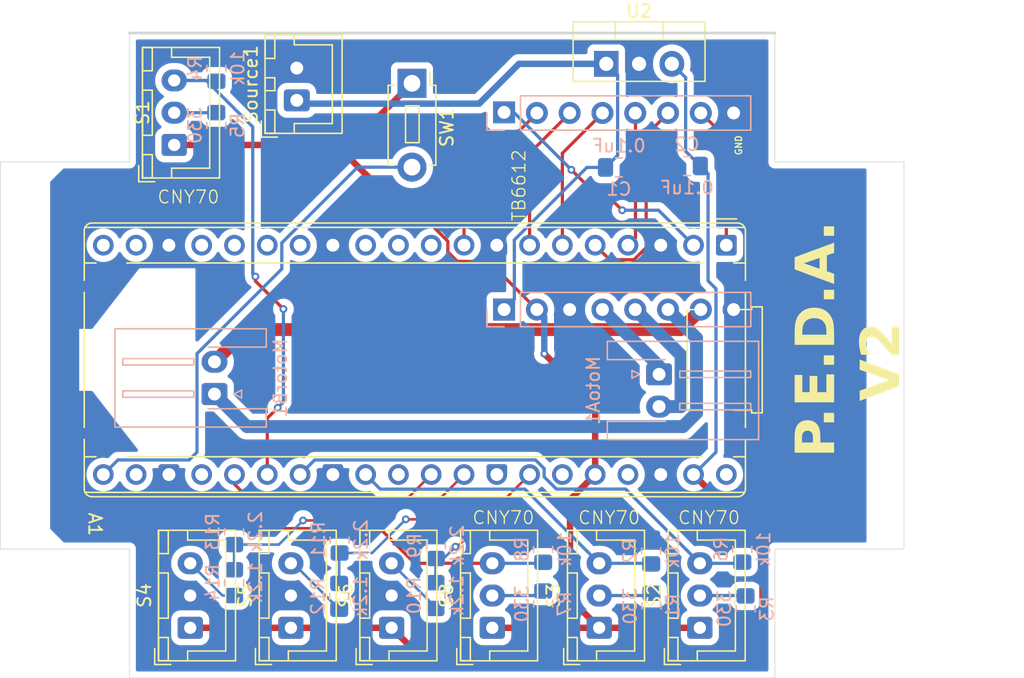
<source format=kicad_pcb>
(kicad_pcb (version 20241229) (generator "pcbnew") (generator_version "9.0")
  (layers (0 "F.Cu" signal) (2 "B.Cu" signal) (13 "F.Paste" user) (15 "B.Paste" user) (5 "F.SilkS" user "F.Silkscreen") (7 "B.SilkS" user "B.Silkscreen") (1 "F.Mask" user) (3 "B.Mask" user) (25 "Edge.Cuts" user))
  (net 0 "")
  (net 2 "/S8")
  (net 3 "/S6")
  (net 4 "GND")
  (net 7 "/PWMA")
  (net 8 "Net-(A1-GPIO16)")
  (net 11 "/MA2")
  (net 12 "/S5")
  (net 16 "/PWMB")
  (net 19 "/S3")
  (net 22 "/S4")
  (net 24 "+3.3V")
  (net 25 "/S1")
  (net 26 "/MB1")
  (net 28 "+5V")
  (net 29 "/MB2")
  (net 30 "/MA1")
  (net 31 "/Stby")
  (net 33 "/S2")
  (net 35 "+10V")
  (net 36 "Net-(J3-Pin_6)")
  (net 37 "Net-(J3-Pin_5)")
  (net 38 "Net-(J3-Pin_4)")
  (net 39 "Net-(J3-Pin_7)")
  (net 40 "Net-(S1-Pin_2)")
  (net 41 "Net-(S2-Pin_2)")
  (net 42 "Net-(S3-Pin_2)")
  (net 43 "Net-(S8-Pin_2)")
  (net 44 "Net-(S6-Pin_3)")
  (net 45 "Net-(S5-Pin_3)")
  (net 46 "Net-(S4-Pin_3)")
  (footprint "Connector_JST:JST_XH_B2B-XH-A_1x02_P2.50mm_Vertical" (layer "F.Cu") (at 113.145 45.76 90)
    (property "Reference" "Source1" (at 1.25 -3.55 90) (layer "F.SilkS"))
    (property "Value" "Conn_01x02_Socket" (hide yes))
    (pad "1" thru_hole roundrect (at 0 0 90) (size 1.7 2) (drill 1) (layers "*.Cu" "*.Mask") (roundrect_rratio 0.147059) (net 35 "+10V"))
    (pad "2" thru_hole oval (at 2.5 0 90) (size 1.7 2) (drill 1) (layers "*.Cu" "*.Mask") (net 4 "GND"))
  )
  (footprint "Connector_JST:JST_XH_B3B-XH-A_1x03_P2.50mm_Vertical" (layer "F.Cu") (at 104.89 86.65 90)
    (property "Reference" "S4" (at 2.5 -3.55 90) (layer "F.SilkS"))
    (property "Value" "Conn_01x03_Socket" (hide yes))
    (pad "1" thru_hole roundrect (at 0 0 90) (size 1.7 1.95) (drill 0.95) (layers "*.Cu" "*.Mask") (roundrect_rratio 0.147059) (net 28 "+5V"))
    (pad "2" thru_hole oval (at 2.5 0 90) (size 1.7 1.95) (drill 0.95) (layers "*.Cu" "*.Mask") (net 4 "GND"))
    (pad "3" thru_hole oval (at 5 0 90) (size 1.7 1.95) (drill 0.95) (layers "*.Cu" "*.Mask") (net 46 "Net-(S4-Pin_3)"))
  )
  (footprint "Connector_JST:JST_XH_B3B-XH-A_1x03_P2.50mm_Vertical" (layer "F.Cu") (at 120.49 86.65 90)
    (property "Reference" "S6" (at 2.5 -3.55 90) (layer "F.SilkS"))
    (property "Value" "Conn_01x03_Socket" (hide yes))
    (pad "1" thru_hole roundrect (at 0 0 90) (size 1.7 1.95) (drill 0.95) (layers "*.Cu" "*.Mask") (roundrect_rratio 0.147059) (net 28 "+5V"))
    (pad "2" thru_hole oval (at 2.5 0 90) (size 1.7 1.95) (drill 0.95) (layers "*.Cu" "*.Mask") (net 4 "GND"))
    (pad "3" thru_hole oval (at 5 0 90) (size 1.7 1.95) (drill 0.95) (layers "*.Cu" "*.Mask") (net 44 "Net-(S6-Pin_3)"))
  )
  (footprint "Button_Switch_THT:SW_PUSH_1P1T_6x3.5mm_H5.0_APEM_MJTP1250" (layer "F.Cu") (at 122.07 44.44 -90)
    (property "Reference" "SW1" (at 3.42 -2.7 90) (layer "F.SilkS"))
    (property "Value" "SW_Push" (hide yes))
    (pad "1" thru_hole rect (at 0 0) (size 2.25 2.25) (drill 1.3) (layers "*.Cu" "*.Mask") (net 24 "+3.3V"))
    (pad "2" thru_hole circle (at 6.5 0) (size 2.25 2.25) (drill 1.3) (layers "*.Cu" "*.Mask") (net 8 "Net-(A1-GPIO16)"))
  )
  (footprint "Module:RaspberryPi_Pico_Common_THT" (layer "F.Cu") (at 146.42 56.99 -90)
    (property "Reference" "A1" (at 20.6375 48.895 270) (layer "F.SilkS") (effects (justify left)))
    (property "Value" "RaspberryPi_Pico")
    (pad "1" thru_hole roundrect (at 0 0 270) (size 1.6 1.6) (drill 1) (layers "*.Cu" "*.Mask") (roundrect_rratio 0.125) (net 16 "/PWMB"))
    (pad "2" thru_hole circle (at 0 2.54 270) (size 1.6 1.6) (drill 1) (layers "*.Cu" "*.Mask") (net 7 "/PWMA"))
    (pad "3" thru_hole custom (at 0 5.08 270) (size 1.6 1.6) (drill 1) (layers "*.Cu" "*.Mask") (net 4 "GND") (options (clearance outline) (anchor circle)) (primitives (gr_poly (pts (xy 0.8 0.6) (xy 0.8 -0.6) (xy 0.6 -0.8) (xy 0 -0.8) (xy 0 0.8) (xy 0.6 0.8)) (width 0) (fill yes)) (gr_circle (center 0.6 0.6) (end 0.8 0.6) (width 0) (fill yes)) (gr_circle (center 0.6 -0.6) (end 0.8 -0.6) (width 0) (fill yes))))
    (pad "4" thru_hole circle (at 0 7.62 270) (size 1.6 1.6) (drill 1) (layers "*.Cu" "*.Mask") (net 26 "/MB1"))
    (pad "5" thru_hole circle (at 0 10.16 270) (size 1.6 1.6) (drill 1) (layers "*.Cu" "*.Mask") (net 29 "/MB2"))
    (pad "6" thru_hole circle (at 0 12.7 270) (size 1.6 1.6) (drill 1) (layers "*.Cu" "*.Mask") (net 31 "/Stby"))
    (pad "7" thru_hole circle (at 0 15.24 270) (size 1.6 1.6) (drill 1) (layers "*.Cu" "*.Mask") (net 11 "/MA2"))
    (pad "8" thru_hole custom (at 0 17.78 270) (size 1.6 1.6) (drill 1) (layers "*.Cu" "*.Mask") (net 4 "GND") (options (clearance outline) (anchor circle)) (primitives (gr_poly (pts (xy 0.8 0.6) (xy 0.8 -0.6) (xy 0.6 -0.8) (xy 0 -0.8) (xy 0 0.8) (xy 0.6 0.8)) (width 0) (fill yes)) (gr_circle (center 0.6 0.6) (end 0.8 0.6) (width 0) (fill yes)) (gr_circle (center 0.6 -0.6) (end 0.8 -0.6) (width 0) (fill yes))))
    (pad "9" thru_hole circle (at 0 20.32 270) (size 1.6 1.6) (drill 1) (layers "*.Cu" "*.Mask") (net 30 "/MA1"))
    (pad "10" thru_hole circle (at 0 22.86 270) (size 1.6 1.6) (drill 1) (layers "*.Cu" "*.Mask"))
    (pad "11" thru_hole circle (at 0 25.4 270) (size 1.6 1.6) (drill 1) (layers "*.Cu" "*.Mask"))
    (pad "12" thru_hole circle (at 0 27.94 270) (size 1.6 1.6) (drill 1) (layers "*.Cu" "*.Mask"))
    (pad "13" thru_hole custom (at 0 30.48 270) (size 1.6 1.6) (drill 1) (layers "*.Cu" "*.Mask") (net 4 "GND") (options (clearance outline) (anchor circle)) (primitives (gr_poly (pts (xy 0.8 0.6) (xy 0.8 -0.6) (xy 0.6 -0.8) (xy 0 -0.8) (xy 0 0.8) (xy 0.6 0.8)) (width 0) (fill yes)) (gr_circle (center 0.6 0.6) (end 0.8 0.6) (width 0) (fill yes)) (gr_circle (center 0.6 -0.6) (end 0.8 -0.6) (width 0) (fill yes))))
    (pad "14" thru_hole circle (at 0 33.02 270) (size 1.6 1.6) (drill 1) (layers "*.Cu" "*.Mask"))
    (pad "15" thru_hole circle (at 0 35.56 270) (size 1.6 1.6) (drill 1) (layers "*.Cu" "*.Mask"))
    (pad "16" thru_hole circle (at 0 38.1 270) (size 1.6 1.6) (drill 1) (layers "*.Cu" "*.Mask"))
    (pad "17" thru_hole circle (at 0 40.64 270) (size 1.6 1.6) (drill 1) (layers "*.Cu" "*.Mask"))
    (pad "18" thru_hole custom (at 0 43.18 270) (size 1.6 1.6) (drill 1) (layers "*.Cu" "*.Mask") (net 4 "GND") (options (clearance outline) (anchor circle)) (primitives (gr_poly (pts (xy 0.8 0.6) (xy 0.8 -0.6) (xy 0.6 -0.8) (xy 0 -0.8) (xy 0 0.8) (xy 0.6 0.8)) (width 0) (fill yes)) (gr_circle (center 0.6 0.6) (end 0.8 0.6) (width 0) (fill yes)) (gr_circle (center 0.6 -0.6) (end 0.8 -0.6) (width 0) (fill yes))))
    (pad "19" thru_hole circle (at 0 45.72 270) (size 1.6 1.6) (drill 1) (layers "*.Cu" "*.Mask"))
    (pad "20" thru_hole circle (at 0 48.26 270) (size 1.6 1.6) (drill 1) (layers "*.Cu" "*.Mask"))
    (pad "21" thru_hole circle (at 17.78 48.26 270) (size 1.6 1.6) (drill 1) (layers "*.Cu" "*.Mask") (net 8 "Net-(A1-GPIO16)"))
    (pad "22" thru_hole circle (at 17.78 45.72 270) (size 1.6 1.6) (drill 1) (layers "*.Cu" "*.Mask"))
    (pad "23" thru_hole custom (at 17.78 43.18 270) (size 1.6 1.6) (drill 1) (layers "*.Cu" "*.Mask") (net 4 "GND") (options (clearance outline) (anchor circle)) (primitives (gr_poly (pts (xy -0.8 0.6) (xy -0.8 -0.6) (xy -0.6 -0.8) (xy 0 -0.8) (xy 0 0.8) (xy -0.6 0.8)) (width 0) (fill yes)) (gr_circle (center -0.6 0.6) (end -0.4 0.6) (width 0) (fill yes)) (gr_circle (center -0.6 -0.6) (end -0.4 -0.6) (width 0) (fill yes))))
    (pad "24" thru_hole circle (at 17.78 40.64 270) (size 1.6 1.6) (drill 1) (layers "*.Cu" "*.Mask"))
    (pad "25" thru_hole circle (at 17.78 38.1 270) (size 1.6 1.6) (drill 1) (layers "*.Cu" "*.Mask") (net 2 "/S8"))
    (pad "26" thru_hole circle (at 17.78 35.56 270) (size 1.6 1.6) (drill 1) (layers "*.Cu" "*.Mask") (net 25 "/S1"))
    (pad "27" thru_hole circle (at 17.78 33.02 270) (size 1.6 1.6) (drill 1) (layers "*.Cu" "*.Mask") (net 33 "/S2"))
    (pad "28" thru_hole custom (at 17.78 30.48 270) (size 1.6 1.6) (drill 1) (layers "*.Cu" "*.Mask") (net 4 "GND") (options (clearance outline) (anchor circle)) (primitives (gr_poly (pts (xy -0.8 0.6) (xy -0.8 -0.6) (xy -0.6 -0.8) (xy 0 -0.8) (xy 0 0.8) (xy -0.6 0.8)) (width 0) (fill yes)) (gr_circle (center -0.6 0.6) (end -0.4 0.6) (width 0) (fill yes)) (gr_circle (center -0.6 -0.6) (end -0.4 -0.6) (width 0) (fill yes))))
    (pad "29" thru_hole circle (at 17.78 27.94 270) (size 1.6 1.6) (drill 1) (layers "*.Cu" "*.Mask") (net 19 "/S3"))
    (pad "30" thru_hole circle (at 17.78 25.4 270) (size 1.6 1.6) (drill 1) (layers "*.Cu" "*.Mask"))
    (pad "31" thru_hole circle (at 17.78 22.86 270) (size 1.6 1.6) (drill 1) (layers "*.Cu" "*.Mask") (net 22 "/S4"))
    (pad "32" thru_hole circle (at 17.78 20.32 270) (size 1.6 1.6) (drill 1) (layers "*.Cu" "*.Mask") (net 12 "/S5"))
    (pad "33" thru_hole custom (at 17.78 17.78 270) (size 1.6 1.6) (drill 1) (layers "*.Cu" "*.Mask") (options (clearance outline) (anchor circle)) (primitives (gr_poly (pts (xy -0.8 0.6) (xy -0.8 -0.6) (xy -0.6 -0.8) (xy 0 -0.8) (xy 0 0.8) (xy -0.6 0.8)) (width 0) (fill yes)) (gr_circle (center -0.6 0.6) (end -0.4 0.6) (width 0) (fill yes)) (gr_circle (center -0.6 -0.6) (end -0.4 -0.6) (width 0) (fill yes))))
    (pad "34" thru_hole circle (at 17.78 15.24 270) (size 1.6 1.6) (drill 1) (layers "*.Cu" "*.Mask") (net 3 "/S6"))
    (pad "35" thru_hole circle (at 17.78 12.7 270) (size 1.6 1.6) (drill 1) (layers "*.Cu" "*.Mask"))
    (pad "36" thru_hole circle (at 17.78 10.16 270) (size 1.6 1.6) (drill 1) (layers "*.Cu" "*.Mask") (net 24 "+3.3V"))
    (pad "37" thru_hole circle (at 17.78 7.62 270) (size 1.6 1.6) (drill 1) (layers "*.Cu" "*.Mask"))
    (pad "38" thru_hole custom (at 17.78 5.08 270) (size 1.6 1.6) (drill 1) (layers "*.Cu" "*.Mask") (net 4 "GND") (options (clearance outline) (anchor circle)) (primitives (gr_poly (pts (xy -0.8 0.6) (xy -0.8 -0.6) (xy -0.6 -0.8) (xy 0 -0.8) (xy 0 0.8) (xy -0.6 0.8)) (width 0) (fill yes)) (gr_circle (center -0.6 0.6) (end -0.4 0.6) (width 0) (fill yes)) (gr_circle (center -0.6 -0.6) (end -0.4 -0.6) (width 0) (fill yes))))
    (pad "39" thru_hole circle (at 17.78 2.54 270) (size 1.6 1.6) (drill 1) (layers "*.Cu" "*.Mask") (net 28 "+5V"))
    (pad "40" thru_hole circle (at 17.78 0 270) (size 1.6 1.6) (drill 1) (layers "*.Cu" "*.Mask"))
    (zone (net 0) (net_name "") (layers "F.Cu" "B.Cu" "F.Paste" "B.Paste") (name "Antenna Copper Keep Out") (connect_pads (clearance 0)) (min_thickness 0.254)
      (keepout (tracks not_allowed) (vias not_allowed) (pads not_allowed) (copperpour not_allowed) (footprints allowed))
      (fill (thermal_gap 0.508) (thermal_bridge_width 0.508))
      (polygon (pts (xy 97.300105 63.48) (xy 100.950105 58.78) (xy 105.29 58.78) (xy 105.29 72.98) (xy 100.950105 72.98) (xy 97.300105 68.28) (xy 96.29 68.28) (xy 96.29 63.48)))
    )
  )
  (footprint "Connector_JST:JST_XH_B3B-XH-A_1x03_P2.50mm_Vertical" (layer "F.Cu") (at 112.69 86.65 90)
    (property "Reference" "S5" (at 2.5 -3.55 90) (layer "F.SilkS"))
    (property "Value" "Conn_01x03_Socket" (hide yes))
    (pad "1" thru_hole roundrect (at 0 0 90) (size 1.7 1.95) (drill 0.95) (layers "*.Cu" "*.Mask") (roundrect_rratio 0.147059) (net 28 "+5V"))
    (pad "2" thru_hole oval (at 2.5 0 90) (size 1.7 1.95) (drill 0.95) (layers "*.Cu" "*.Mask") (net 4 "GND"))
    (pad "3" thru_hole oval (at 5 0 90) (size 1.7 1.95) (drill 0.95) (layers "*.Cu" "*.Mask") (net 45 "Net-(S5-Pin_3)"))
  )
  (footprint "Connector_JST:JST_XH_B3B-XH-A_1x03_P2.50mm_Vertical" (layer "F.Cu") (at 128.29 86.65 90)
    (property "Reference" "S8" (at 2.5 -3.55 90) (layer "F.SilkS"))
    (property "Value" "Conn_01x03_Socket" (hide yes))
    (pad "1" thru_hole roundrect (at 0 0 90) (size 1.7 1.95) (drill 0.95) (layers "*.Cu" "*.Mask") (roundrect_rratio 0.147059) (net 24 "+3.3V"))
    (pad "2" thru_hole oval (at 2.5 0 90) (size 1.7 1.95) (drill 0.95) (layers "*.Cu" "*.Mask") (net 43 "Net-(S8-Pin_2)"))
    (pad "3" thru_hole oval (at 5 0 90) (size 1.7 1.95) (drill 0.95) (layers "*.Cu" "*.Mask") (net 2 "/S8"))
  )
  (footprint "Connector_JST:JST_XH_B3B-XH-A_1x03_P2.50mm_Vertical" (layer "F.Cu") (at 136.57 86.65 90)
    (property "Reference" "S3" (at 2.5 -3.55 90) (layer "F.SilkS"))
    (property "Value" "Conn_01x03_Socket" (hide yes))
    (pad "1" thru_hole roundrect (at 0 0 90) (size 1.7 1.95) (drill 0.95) (layers "*.Cu" "*.Mask") (roundrect_rratio 0.147059) (net 24 "+3.3V"))
    (pad "2" thru_hole oval (at 2.5 0 90) (size 1.7 1.95) (drill 0.95) (layers "*.Cu" "*.Mask") (net 42 "Net-(S3-Pin_2)"))
    (pad "3" thru_hole oval (at 5 0 90) (size 1.7 1.95) (drill 0.95) (layers "*.Cu" "*.Mask") (net 19 "/S3"))
  )
  (footprint "Package_TO_SOT_THT:TO-220-3_Vertical" (layer "F.Cu") (at 137.12 42.93)
    (property "Reference" "U2" (at 2.54 -4.1 0) (layer "F.SilkS"))
    (property "Value" "LM7805_TO220")
    (pad "1" thru_hole rect (at 0 0) (size 1.905 2) (drill 1.1) (layers "*.Cu" "*.Mask") (net 35 "+10V"))
    (pad "2" thru_hole oval (at 2.54 0) (size 1.905 2) (drill 1.1) (layers "*.Cu" "*.Mask") (net 4 "GND"))
    (pad "3" thru_hole oval (at 5.08 0) (size 1.905 2) (drill 1.1) (layers "*.Cu" "*.Mask") (net 28 "+5V"))
  )
  (footprint "Connector_JST:JST_XH_B3B-XH-A_1x03_P2.50mm_Vertical" (layer "F.Cu") (at 144.37 86.65 90)
    (property "Reference" "S2" (at 2.5 -3.55 90) (layer "F.SilkS"))
    (property "Value" "Conn_01x03_Socket" (hide yes))
    (pad "1" thru_hole roundrect (at 0 0 90) (size 1.7 1.95) (drill 0.95) (layers "*.Cu" "*.Mask") (roundrect_rratio 0.147059) (net 24 "+3.3V"))
    (pad "2" thru_hole oval (at 2.5 0 90) (size 1.7 1.95) (drill 0.95) (layers "*.Cu" "*.Mask") (net 41 "Net-(S2-Pin_2)"))
    (pad "3" thru_hole oval (at 5 0 90) (size 1.7 1.95) (drill 0.95) (layers "*.Cu" "*.Mask") (net 33 "/S2"))
  )
  (footprint "Connector_JST:JST_XH_B3B-XH-A_1x03_P2.50mm_Vertical" (layer "F.Cu") (at 103.65 49.22 90)
    (property "Reference" "S1" (at 2.5 -2.46 90) (layer "F.SilkS"))
    (property "Value" "Conn_01x03_Socket" (hide yes))
    (pad "1" thru_hole roundrect (at 0 0 90) (size 1.7 1.95) (drill 0.95) (layers "*.Cu" "*.Mask") (roundrect_rratio 0.147059) (net 24 "+3.3V"))
    (pad "2" thru_hole oval (at 2.5 0 90) (size 1.7 1.95) (drill 0.95) (layers "*.Cu" "*.Mask") (net 40 "Net-(S1-Pin_2)"))
    (pad "3" thru_hole oval (at 5 0 90) (size 1.7 1.95) (drill 0.95) (layers "*.Cu" "*.Mask") (net 25 "/S1"))
  )
  (footprint "Connector_JST:JST_XH_S2B-XH-A-1_1x02_P2.50mm_Horizontal" (layer "B.Cu") (at 141.21 67 -90)
    (property "Reference" "MotoA1" (at 1.25 5.1 90) (layer "B.SilkS") (effects (justify mirror)))
    (property "Value" "Conn_01x02_Socket" (hide yes))
    (pad "1" thru_hole roundrect (at 0 0 270) (size 1.7 2) (drill 1) (layers "*.Cu" "*.Mask") (roundrect_rratio 0.147059) (net 38 "Net-(J3-Pin_4)"))
    (pad "2" thru_hole oval (at 2.5 0 270) (size 1.7 2) (drill 1) (layers "*.Cu" "*.Mask") (net 37 "Net-(J3-Pin_5)"))
  )
  (footprint "Resistor_SMD:R_0805_2012Metric_Pad1.20x1.40mm_HandSolder" (layer "B.Cu") (at 140.6 80.7 -90)
    (property "Reference" "R2" (at 0 1.65 90) (layer "B.SilkS") (effects (justify mirror)))
    (property "Value" "10k" (at 0 -1.65 90) (layer "B.SilkS") (effects (justify mirror)))
    (pad "1" smd roundrect (at -1 0 270) (size 1.2 1.4) (layers "B.Cu" "B.Mask" "B.Paste") (roundrect_rratio 0.208333) (net 4 "GND"))
    (pad "2" smd roundrect (at 1 0 270) (size 1.2 1.4) (layers "B.Cu" "B.Mask" "B.Paste") (roundrect_rratio 0.208333) (net 19 "/S3"))
  )
  (footprint "Connector_PinSocket_2.54mm:PinSocket_1x08_P2.54mm_Vertical" (layer "B.Cu") (at 129.204 46.74 -90)
    (property "Reference" "J4" (hide yes))
    (property "Value" "Conn_01x08_Socket" (hide yes))
    (pad "1" thru_hole rect (at -0.05 0 270) (size 1.7 1.7) (drill 1) (layers "*.Cu" "*.Mask") (net 7 "/PWMA"))
    (pad "2" thru_hole circle (at 0 -2.54 270) (size 1.7 1.7) (drill 1) (layers "*.Cu" "*.Mask") (net 30 "/MA1"))
    (pad "3" thru_hole circle (at 0 -5.08 270) (size 1.7 1.7) (drill 1) (layers "*.Cu" "*.Mask") (net 11 "/MA2"))
    (pad "4" thru_hole circle (at 0 -7.62 270) (size 1.7 1.7) (drill 1) (layers "*.Cu" "*.Mask") (net 31 "/Stby"))
    (pad "5" thru_hole circle (at 0 -10.16 270) (size 1.7 1.7) (drill 1) (layers "*.Cu" "*.Mask") (net 26 "/MB1"))
    (pad "6" thru_hole circle (at 0 -12.7 270) (size 1.7 1.7) (drill 1) (layers "*.Cu" "*.Mask") (net 29 "/MB2"))
    (pad "7" thru_hole circle (at 0 -15.24 270) (size 1.7 1.7) (drill 1) (layers "*.Cu" "*.Mask") (net 16 "/PWMB"))
    (pad "8" thru_hole circle (at 0 -17.78 270) (size 1.7 1.7) (drill 1) (layers "*.Cu" "*.Mask") (net 4 "GND"))
  )
  (footprint "Connector_PinSocket_2.54mm:PinSocket_1x08_P2.54mm_Vertical" (layer "B.Cu") (at 129.204 61.98 -90)
    (property "Reference" "J3" (hide yes))
    (property "Value" "Conn_01x08_Socket" (hide yes))
    (pad "1" thru_hole rect (at 0 0 270) (size 1.7 1.7) (drill 1) (layers "*.Cu" "*.Mask") (net 35 "+10V"))
    (pad "2" thru_hole circle (at 0 -2.54 270) (size 1.7 1.7) (drill 1) (layers "*.Cu" "*.Mask") (net 24 "+3.3V"))
    (pad "3" thru_hole circle (at 0 -5.08 270) (size 1.7 1.7) (drill 1) (layers "*.Cu" "*.Mask") (net 4 "GND"))
    (pad "4" thru_hole circle (at 0 -7.62 270) (size 1.7 1.7) (drill 1) (layers "*.Cu" "*.Mask") (net 38 "Net-(J3-Pin_4)"))
    (pad "5" thru_hole circle (at 0 -10.16 270) (size 1.7 1.7) (drill 1) (layers "*.Cu" "*.Mask") (net 37 "Net-(J3-Pin_5)"))
    (pad "6" thru_hole circle (at 0 -12.7 270) (size 1.7 1.7) (drill 1) (layers "*.Cu" "*.Mask") (net 36 "Net-(J3-Pin_6)"))
    (pad "7" thru_hole circle (at 0 -15.24 270) (size 1.7 1.7) (drill 1) (layers "*.Cu" "*.Mask") (net 39 "Net-(J3-Pin_7)"))
    (pad "8" thru_hole circle (at 0 -17.78 270) (size 1.7 1.7) (drill 1) (layers "*.Cu" "*.Mask") (net 4 "GND"))
  )
  (footprint "Resistor_SMD:R_0805_2012Metric_Pad1.20x1.40mm_HandSolder" (layer "B.Cu") (at 132.23 80.57 -90)
    (property "Reference" "R8" (at 0 1.65 90) (layer "B.SilkS") (effects (justify mirror)))
    (property "Value" "10k" (at 0 -1.65 90) (layer "B.SilkS") (effects (justify mirror)))
    (pad "1" smd roundrect (at -1 0 270) (size 1.2 1.4) (layers "B.Cu" "B.Mask" "B.Paste") (roundrect_rratio 0.208333) (net 4 "GND"))
    (pad "2" smd roundrect (at 1 0 270) (size 1.2 1.4) (layers "B.Cu" "B.Mask" "B.Paste") (roundrect_rratio 0.208333) (net 2 "/S8"))
  )
  (footprint "Resistor_SMD:R_0805_2012Metric_Pad1.20x1.40mm_HandSolder" (layer "B.Cu") (at 106.91 47.71 90)
    (property "Reference" "R5" (at 0 1.65 90) (layer "B.SilkS") (effects (justify mirror)))
    (property "Value" "330" (at 0 -1.65 90) (layer "B.SilkS") (effects (justify mirror)))
    (pad "1" smd roundrect (at -1 0 90) (size 1.2 1.4) (layers "B.Cu" "B.Mask" "B.Paste") (roundrect_rratio 0.208333) (net 4 "GND"))
    (pad "2" smd roundrect (at 1 0 90) (size 1.2 1.4) (layers "B.Cu" "B.Mask" "B.Paste") (roundrect_rratio 0.208333) (net 40 "Net-(S1-Pin_2)"))
  )
  (footprint "Resistor_SMD:R_0805_2012Metric_Pad1.20x1.40mm_HandSolder" (layer "B.Cu") (at 140.62 84.97 90)
    (property "Reference" "R1" (at 0 1.65 90) (layer "B.SilkS") (effects (justify mirror)))
    (property "Value" "330" (at 0 -1.65 90) (layer "B.SilkS") (effects (justify mirror)))
    (pad "1" smd roundrect (at -1 0 90) (size 1.2 1.4) (layers "B.Cu" "B.Mask" "B.Paste") (roundrect_rratio 0.208333) (net 4 "GND"))
    (pad "2" smd roundrect (at 1 0 90) (size 1.2 1.4) (layers "B.Cu" "B.Mask" "B.Paste") (roundrect_rratio 0.208333) (net 42 "Net-(S3-Pin_2)"))
  )
  (footprint "Resistor_SMD:R_0805_2012Metric_Pad1.20x1.40mm_HandSolder" (layer "B.Cu") (at 123.89 84.15 -90)
    (property "Reference" "R10" (at 0 1.65 90) (layer "B.SilkS") (effects (justify mirror)))
    (property "Value" "1.2k" (at 0 -1.65 90) (layer "B.SilkS") (effects (justify mirror)))
    (pad "1" smd roundrect (at -1 0 270) (size 1.2 1.4) (layers "B.Cu" "B.Mask" "B.Paste") (roundrect_rratio 0.208333) (net 3 "/S6"))
    (pad "2" smd roundrect (at 1 0 270) (size 1.2 1.4) (layers "B.Cu" "B.Mask" "B.Paste") (roundrect_rratio 0.208333) (net 44 "Net-(S6-Pin_3)"))
  )
  (footprint "Resistor_SMD:R_0805_2012Metric_Pad1.20x1.40mm_HandSolder" (layer "B.Cu") (at 132.23 84.8 90)
    (property "Reference" "R7" (at 0 1.65 90) (layer "B.SilkS") (effects (justify mirror)))
    (property "Value" "330" (at 0 -1.65 90) (layer "B.SilkS") (effects (justify mirror)))
    (pad "1" smd roundrect (at -1 0 90) (size 1.2 1.4) (layers "B.Cu" "B.Mask" "B.Paste") (roundrect_rratio 0.208333) (net 4 "GND"))
    (pad "2" smd roundrect (at 1 0 90) (size 1.2 1.4) (layers "B.Cu" "B.Mask" "B.Paste") (roundrect_rratio 0.208333) (net 43 "Net-(S8-Pin_2)"))
  )
  (footprint "Capacitor_SMD:C_0805_2012Metric_Pad1.18x1.45mm_HandSolder" (layer "B.Cu") (at 143.37 50.85 180)
    (property "Reference" "C2" (at 0 1.68 0) (layer "B.SilkS") (effects (justify mirror)))
    (property "Value" "0.1uF" (at 0 -1.68 0) (layer "B.SilkS") (effects (justify mirror)))
    (pad "1" smd roundrect (at -1.0375 0 180) (size 1.175 1.45) (layers "B.Cu" "B.Mask" "B.Paste") (roundrect_rratio 0.212766) (net 28 "+5V"))
    (pad "2" smd roundrect (at 1.0375 0 180) (size 1.175 1.45) (layers "B.Cu" "B.Mask" "B.Paste") (roundrect_rratio 0.212766) (net 4 "GND"))
  )
  (footprint "Resistor_SMD:R_0805_2012Metric_Pad1.20x1.40mm_HandSolder" (layer "B.Cu") (at 123.92 80.28 -90)
    (property "Reference" "R9" (at 0 1.65 90) (layer "B.SilkS") (effects (justify mirror)))
    (property "Value" "2.2k" (at 0 -1.65 90) (layer "B.SilkS") (effects (justify mirror)))
    (pad "1" smd roundrect (at -1 0 270) (size 1.2 1.4) (layers "B.Cu" "B.Mask" "B.Paste") (roundrect_rratio 0.208333) (net 4 "GND"))
    (pad "2" smd roundrect (at 1 0 270) (size 1.2 1.4) (layers "B.Cu" "B.Mask" "B.Paste") (roundrect_rratio 0.208333) (net 3 "/S6"))
  )
  (footprint "Resistor_SMD:R_0805_2012Metric_Pad1.20x1.40mm_HandSolder" (layer "B.Cu") (at 147.91 85.18 90)
    (property "Reference" "R3" (at 0 1.65 90) (layer "B.SilkS") (effects (justify mirror)))
    (property "Value" "330" (at 0 -1.65 90) (layer "B.SilkS") (effects (justify mirror)))
    (pad "1" smd roundrect (at -1 0 90) (size 1.2 1.4) (layers "B.Cu" "B.Mask" "B.Paste") (roundrect_rratio 0.208333) (net 4 "GND"))
    (pad "2" smd roundrect (at 1 0 90) (size 1.2 1.4) (layers "B.Cu" "B.Mask" "B.Paste") (roundrect_rratio 0.208333) (net 41 "Net-(S2-Pin_2)"))
  )
  (footprint "Resistor_SMD:R_0805_2012Metric_Pad1.20x1.40mm_HandSolder" (layer "B.Cu") (at 108.29 79.2 -90)
    (property "Reference" "R13" (at 0 1.65 90) (layer "B.SilkS") (effects (justify mirror)))
    (property "Value" "2.2k" (at 0 -1.65 90) (layer "B.SilkS") (effects (justify mirror)))
    (pad "1" smd roundrect (at -1 0 270) (size 1.2 1.4) (layers "B.Cu" "B.Mask" "B.Paste") (roundrect_rratio 0.208333) (net 4 "GND"))
    (pad "2" smd roundrect (at 1 0 270) (size 1.2 1.4) (layers "B.Cu" "B.Mask" "B.Paste") (roundrect_rratio 0.208333) (net 22 "/S4"))
  )
  (footprint "Capacitor_SMD:C_0805_2012Metric_Pad1.18x1.45mm_HandSolder" (layer "B.Cu") (at 138.1 50.96)
    (property "Reference" "C1" (at 0 1.68 0) (layer "B.SilkS") (effects (justify mirror)))
    (property "Value" "0.1uF" (at 0 -1.68 0) (layer "B.SilkS") (effects (justify mirror)))
    (pad "1" smd roundrect (at -1.0375 0) (size 1.175 1.45) (layers "B.Cu" "B.Mask" "B.Paste") (roundrect_rratio 0.212766) (net 35 "+10V"))
    (pad "2" smd roundrect (at 1.0375 0) (size 1.175 1.45) (layers "B.Cu" "B.Mask" "B.Paste") (roundrect_rratio 0.212766) (net 4 "GND"))
  )
  (footprint "Resistor_SMD:R_0805_2012Metric_Pad1.20x1.40mm_HandSolder" (layer "B.Cu") (at 147.66 80.56 -90)
    (property "Reference" "R6" (at 0 1.65 90) (layer "B.SilkS") (effects (justify mirror)))
    (property "Value" "10k" (at 0 -1.65 90) (layer "B.SilkS") (effects (justify mirror)))
    (pad "1" smd roundrect (at -1 0 270) (size 1.2 1.4) (layers "B.Cu" "B.Mask" "B.Paste") (roundrect_rratio 0.208333) (net 4 "GND"))
    (pad "2" smd roundrect (at 1 0 270) (size 1.2 1.4) (layers "B.Cu" "B.Mask" "B.Paste") (roundrect_rratio 0.208333) (net 33 "/S2"))
  )
  (footprint "Resistor_SMD:R_0805_2012Metric_Pad1.20x1.40mm_HandSolder" (layer "B.Cu") (at 116.43 84.21 -90)
    (property "Reference" "R12" (at 0 1.65 90) (layer "B.SilkS") (effects (justify mirror)))
    (property "Value" "1.2k" (at 0 -1.65 90) (layer "B.SilkS") (effects (justify mirror)))
    (pad "1" smd roundrect (at -1 0 270) (size 1.2 1.4) (layers "B.Cu" "B.Mask" "B.Paste") (roundrect_rratio 0.208333) (net 12 "/S5"))
    (pad "2" smd roundrect (at 1 0 270) (size 1.2 1.4) (layers "B.Cu" "B.Mask" "B.Paste") (roundrect_rratio 0.208333) (net 45 "Net-(S5-Pin_3)"))
  )
  (footprint "Resistor_SMD:R_0805_2012Metric_Pad1.20x1.40mm_HandSolder" (layer "B.Cu") (at 116.46 79.85 -90)
    (property "Reference" "R11" (at 0 1.65 90) (layer "B.SilkS") (effects (justify mirror)))
    (property "Value" "2.2k" (at 0 -1.65 90) (layer "B.SilkS") (effects (justify mirror)))
    (pad "1" smd roundrect (at -1 0 270) (size 1.2 1.4) (layers "B.Cu" "B.Mask" "B.Paste") (roundrect_rratio 0.208333) (net 4 "GND"))
    (pad "2" smd roundrect (at 1 0 270) (size 1.2 1.4) (layers "B.Cu" "B.Mask" "B.Paste") (roundrect_rratio 0.208333) (net 12 "/S5"))
  )
  (footprint "Connector_JST:JST_XH_S2B-XH-A-1_1x02_P2.50mm_Horizontal" (layer "B.Cu") (at 106.77 68.53 90)
    (property "Reference" "MotorB1" (at 1.25 5.1 90) (layer "B.SilkS") (effects (justify mirror)))
    (property "Value" "Conn_01x02_Socket" (hide yes))
    (pad "1" thru_hole roundrect (at 0 0 90) (size 1.7 2) (drill 1) (layers "*.Cu" "*.Mask") (roundrect_rratio 0.147059) (net 36 "Net-(J3-Pin_6)"))
    (pad "2" thru_hole oval (at 2.5 0 90) (size 1.7 2) (drill 1) (layers "*.Cu" "*.Mask") (net 39 "Net-(J3-Pin_7)"))
  )
  (footprint "Resistor_SMD:R_0805_2012Metric_Pad1.20x1.40mm_HandSolder" (layer "B.Cu") (at 108.29 83.15 -90)
    (property "Reference" "R14" (at 0 1.65 90) (layer "B.SilkS") (effects (justify mirror)))
    (property "Value" "1.2k" (at 0 -1.65 90) (layer "B.SilkS") (effects (justify mirror)))
    (pad "1" smd roundrect (at -1 0 270) (size 1.2 1.4) (layers "B.Cu" "B.Mask" "B.Paste") (roundrect_rratio 0.208333) (net 22 "/S4"))
    (pad "2" smd roundrect (at 1 0 270) (size 1.2 1.4) (layers "B.Cu" "B.Mask" "B.Paste") (roundrect_rratio 0.208333) (net 46 "Net-(S4-Pin_3)"))
  )
  (footprint "Resistor_SMD:R_0805_2012Metric_Pad1.20x1.40mm_HandSolder" (layer "B.Cu") (at 106.92 43.28 -90)
    (property "Reference" "R4" (at 0 1.65 90) (layer "B.SilkS") (effects (justify mirror)))
    (property "Value" "10k" (at 0 -1.65 90) (layer "B.SilkS") (effects (justify mirror)))
    (pad "1" smd roundrect (at -1 0 270) (size 1.2 1.4) (layers "B.Cu" "B.Mask" "B.Paste") (roundrect_rratio 0.208333) (net 4 "GND"))
    (pad "2" smd roundrect (at 1 0 270) (size 1.2 1.4) (layers "B.Cu" "B.Mask" "B.Paste") (roundrect_rratio 0.208333) (net 25 "/S1"))
  )
  (gr_line (start 100.18 90.54) (end 100.18 80.54) (stroke (width 0.05)) (layer "Edge.Cuts"))
  (gr_line (start 150.18 40.54) (end 150.18 50.54) (stroke (width 0.05)) (layer "Edge.Cuts"))
  (gr_line (start 90.18 80.54) (end 90.18 50.54) (stroke (width 0.05)) (layer "Edge.Cuts"))
  (gr_line (start 160.18 50.54) (end 160.18 80.54) (stroke (width 0.05)) (layer "Edge.Cuts"))
  (gr_line (start 150.18 90.54) (end 100.18 90.54) (stroke (width 0.05)) (layer "Edge.Cuts"))
  (gr_line (start 100.18 80.54) (end 90.18 80.54) (stroke (width 0.05)) (layer "Edge.Cuts"))
  (gr_line (start 150.18 50.54) (end 160.18 50.54) (stroke (width 0.05)) (layer "Edge.Cuts"))
  (gr_line (start 90.18 50.54) (end 100.18 50.54) (stroke (width 0.05)) (layer "Edge.Cuts"))
  (gr_line (start 160.18 80.54) (end 150.18 80.54) (stroke (width 0.05)) (layer "Edge.Cuts"))
  (gr_line (start 100.18 40.54) (end 150.18 40.54) (stroke (width 0.2)) (layer "Edge.Cuts"))
  (gr_line (start 150.18 80.54) (end 150.18 90.54) (stroke (width 0.05)) (layer "Edge.Cuts"))
  (gr_line (start 100.18 50.54) (end 100.18 40.54) (stroke (width 0.05)) (layer "Edge.Cuts"))
  (gr_text "CNY70\n" (at 134.87 78.7 0) (layer "F.SilkS") (effects (font (size 1 1) (thickness 0.1)) (justify left bottom)))
  (gr_text "GND" (at 147.67 50.07 90) (layer "F.SilkS") (effects (font (size 0.5 0.5) (thickness 0.1)) (justify left bottom)))
  (gr_text "P.E.D.A.\n   V2" (at 160.32 73.46 90) (layer "F.SilkS") (effects (font (size 3 3) (thickness 0.1)) (justify left bottom)))
  (gr_text "TB6612" (at 130.94 55.2 90) (layer "F.SilkS") (effects (font (size 1 1) (thickness 0.1)) (justify left bottom)))
  (gr_text "CNY70\n" (at 142.61 78.7 0) (layer "F.SilkS") (effects (font (size 1 1) (thickness 0.1)) (justify left bottom)))
  (gr_text "CNY70\n" (at 102.28 53.84 0) (layer "F.SilkS") (effects (font (size 1 1) (thickness 0.1)) (justify left bottom)))
  (gr_text "CNY70\n" (at 126.68 78.7 0) (layer "F.SilkS") (effects (font (size 1 1) (thickness 0.1)) (justify left bottom)))
  (segment (start 111.756 78.956) (end 108.32 75.52) (width 0.25) (layer "F.Cu") (net 2))
  (segment (start 128.29 81.65) (end 128.29 81.38) (width 0.25) (layer "F.Cu") (net 2))
  (segment (start 128.29 81.65) (end 122.284 81.65) (width 0.25) (layer "F.Cu") (net 2))
  (segment (start 119.59 78.956) (end 111.756 78.956) (width 0.25) (layer "F.Cu") (net 2))
  (segment (start 122.284 81.65) (end 119.59 78.956) (width 0.25) (layer "F.Cu") (net 2))
  (segment (start 108.32 75.52) (end 108.32 74.77) (width 0.25) (layer "F.Cu") (net 2))
  (segment (start 132.15 81.65) (end 132.23 81.57) (width 0.25) (layer "B.Cu") (net 2))
  (segment (start 128.29 81.65) (end 132.15 81.65) (width 0.25) (layer "B.Cu") (net 2))
  (segment (start 125.44 80.36) (end 125.59 80.36) (width 0.2) (layer "F.Cu") (net 3))
  (segment (start 125.59 80.36) (end 131.18 74.77) (width 0.2) (layer "F.Cu") (net 3))
  (via (at 125.44 80.36) (size 0.6) (drill 0.3) (layers "F.Cu" "B.Cu") (net 3))
  (segment (start 123.89 81.31) (end 123.92 81.28) (width 0.2) (layer "B.Cu") (net 3))
  (segment (start 123.89 83.15) (end 123.89 81.31) (width 0.2) (layer "B.Cu") (net 3))
  (segment (start 123.92 81.28) (end 124.52 81.28) (width 0.2) (layer "B.Cu") (net 3))
  (segment (start 124.52 81.28) (end 125.44 80.36) (width 0.2) (layer "B.Cu") (net 3))
  (segment (start 134.415 51.145) (end 135.91 52.64) (width 0.25) (layer "F.Cu") (net 7))
  (segment (start 135.91 52.64) (end 136.71 52.64) (width 0.25) (layer "F.Cu") (net 7))
  (segment (start 136.71 52.64) (end 138.35 54.28) (width 0.25) (layer "F.Cu") (net 7))
  (via (at 138.35 54.28) (size 0.6) (drill 0.3) (layers "F.Cu" "B.Cu") (net 7))
  (via (at 134.415 51.145) (size 0.6) (drill 0.3) (layers "F.Cu" "B.Cu") (net 7))
  (segment (start 134.415 51.145) (end 129.96 46.69) (width 0.25) (layer "B.Cu") (net 7))
  (segment (start 141.17 54.28) (end 143.88 56.99) (width 0.25) (layer "B.Cu") (net 7))
  (segment (start 138.35 54.28) (end 141.17 54.28) (width 0.25) (layer "B.Cu") (net 7))
  (segment (start 129.96 46.69) (end 129.224 46.69) (width 0.25) (layer "B.Cu") (net 7))
  (segment (start 104.809192 73.639) (end 99.291 73.639) (width 0.25) (layer "B.Cu") (net 8))
  (segment (start 99.291 73.639) (end 98.16 74.77) (width 0.25) (layer "B.Cu") (net 8))
  (segment (start 111.986 58.83) (end 105.416 65.4) (width 0.25) (layer "B.Cu") (net 8))
  (segment (start 117.857595 50.94) (end 111.986 56.811595) (width 0.25) (layer "B.Cu") (net 8))
  (segment (start 105.416 65.4) (end 105.416 73.032192) (width 0.25) (layer "B.Cu") (net 8))
  (segment (start 105.416 73.032192) (end 104.809192 73.639) (width 0.25) (layer "B.Cu") (net 8))
  (segment (start 122.07 50.94) (end 117.857595 50.94) (width 0.25) (layer "B.Cu") (net 8))
  (segment (start 111.986 56.811595) (end 111.986 58.83) (width 0.25) (layer "B.Cu") (net 8))
  (segment (start 134.304 46.74) (end 131.18 49.864) (width 0.25) (layer "F.Cu") (net 11))
  (segment (start 131.18 49.864) (end 131.18 56.99) (width 0.25) (layer "F.Cu") (net 11))
  (segment (start 122.63 78.24) (end 126.1 74.77) (width 0.2) (layer "F.Cu") (net 12))
  (segment (start 121.59 78.24) (end 122.63 78.24) (width 0.2) (layer "F.Cu") (net 12))
  (via (at 121.59 78.24) (size 0.6) (drill 0.3) (layers "F.Cu" "B.Cu") (net 12))
  (segment (start 116.43 83.21) (end 116.43 80.88) (width 0.2) (layer "B.Cu") (net 12))
  (segment (start 116.43 80.88) (end 116.46 80.85) (width 0.2) (layer "B.Cu") (net 12))
  (segment (start 118.98 80.85) (end 121.59 78.24) (width 0.2) (layer "B.Cu") (net 12))
  (segment (start 116.46 80.85) (end 118.98 80.85) (width 0.2) (layer "B.Cu") (net 12))
  (segment (start 146.42 48.696) (end 144.464 46.74) (width 0.25) (layer "F.Cu") (net 16))
  (segment (start 146.42 56.99) (end 146.42 48.696) (width 0.25) (layer "F.Cu") (net 16))
  (segment (start 140.55 81.65) (end 140.6 81.7) (width 0.25) (layer "B.Cu") (net 19))
  (segment (start 136.57 81.65) (end 130.821 75.901) (width 0.25) (layer "B.Cu") (net 19))
  (segment (start 130.821 75.901) (end 119.611 75.901) (width 0.25) (layer "B.Cu") (net 19))
  (segment (start 119.611 75.901) (end 118.48 74.77) (width 0.25) (layer "B.Cu") (net 19))
  (segment (start 136.57 81.65) (end 140.55 81.65) (width 0.25) (layer "B.Cu") (net 19))
  (segment (start 120 78.33) (end 123.56 74.77) (width 0.2) (layer "F.Cu") (net 22))
  (segment (start 113.63 78.33) (end 120 78.33) (width 0.2) (layer "F.Cu") (net 22))
  (via (at 113.63 78.33) (size 0.6) (drill 0.3) (layers "F.Cu" "B.Cu") (net 22))
  (segment (start 108.29 80.2) (end 111.76 80.2) (width 0.2) (layer "B.Cu") (net 22))
  (segment (start 111.76 80.2) (end 113.63 78.33) (width 0.2) (layer "B.Cu") (net 22))
  (segment (start 108.29 82.15) (end 108.29 80.2) (width 0.2) (layer "B.Cu") (net 22))
  (segment (start 136.57 86.65) (end 134.31 84.39) (width 0.5) (layer "F.Cu") (net 24))
  (segment (start 136.26 74.77) (end 136.26 69.34) (width 0.5) (layer "F.Cu") (net 24))
  (segment (start 121.642405 53.48) (end 120.47 53.48) (width 0.25) (layer "F.Cu") (net 24))
  (segment (start 124.849 56.686595) (end 121.642405 53.48) (width 0.25) (layer "F.Cu") (net 24))
  (segment (start 136.57 86.65) (end 144.37 86.65) (width 0.5) (layer "F.Cu") (net 24))
  (segment (start 120.47 53.48) (end 117.415 50.425) (width 0.5) (layer "F.Cu") (net 24))
  (segment (start 125.586818 58.246) (end 124.849 57.508182) (width 0.25) (layer "F.Cu") (net 24))
  (segment (start 128.01 58.246) (end 125.586818 58.246) (width 0.25) (layer "F.Cu") (net 24))
  (segment (start 134.31 84.39) (end 134.31 76.72) (width 0.5) (layer "F.Cu") (net 24))
  (segment (start 134.31 76.72) (end 136.26 74.77) (width 0.5) (layer "F.Cu") (net 24))
  (segment (start 124.849 57.508182) (end 124.849 56.686595) (width 0.25) (layer "F.Cu") (net 24))
  (segment (start 128.29 86.65) (end 136.57 86.65) (width 0.5) (layer "F.Cu") (net 24))
  (segment (start 136.26 69.34) (end 132.32 65.4) (width 0.5) (layer "F.Cu") (net 24))
  (segment (start 131.744 61.98) (end 128.01 58.246) (width 0.25) (layer "F.Cu") (net 24))
  (segment (start 117.415 50.425) (end 117.415 49.095) (width 0.5) (layer "F.Cu") (net 24))
  (segment (start 122.07 44.44) (end 117.415 49.095) (width 0.5) (layer "F.Cu") (net 24))
  (segment (start 117.415 49.095) (end 117.29 49.22) (width 0.5) (layer "F.Cu") (net 24))
  (segment (start 117.29 49.22) (end 103.65 49.22) (width 0.5) (layer "F.Cu") (net 24))
  (via (at 132.32 65.4) (size 0.6) (drill 0.3) (layers "F.Cu" "B.Cu") (net 24))
  (segment (start 132.32 62.556) (end 131.744 61.98) (width 0.5) (layer "B.Cu") (net 24))
  (segment (start 132.32 65.4) (end 132.32 62.556) (width 0.5) (layer "B.Cu") (net 24))
  (segment (start 111.67 69.59) (end 110.86 70.4) (width 0.25) (layer "F.Cu") (net 25))
  (segment (start 109.94 59.42) (end 109.94 59.77) (width 0.25) (layer "F.Cu") (net 25))
  (segment (start 109.94 59.77) (end 112.11 61.94) (width 0.25) (layer "F.Cu") (net 25))
  (segment (start 110.86 70.4) (end 110.86 74.77) (width 0.25) (layer "F.Cu") (net 25))
  (via (at 112.11 61.94) (size 0.6) (drill 0.3) (layers "F.Cu" "B.Cu") (net 25))
  (via (at 109.94 59.42) (size 0.6) (drill 0.3) (layers "F.Cu" "B.Cu") (net 25))
  (via (at 111.67 69.59) (size 0.6) (drill 0.3) (layers "F.Cu" "B.Cu") (net 25))
  (segment (start 103.65 44.22) (end 106.134522 44.22) (width 0.25) (layer "B.Cu") (net 25))
  (segment (start 109.734 59.214) (end 109.94 59.42) (width 0.25) (layer "B.Cu") (net 25))
  (segment (start 106.134522 44.22) (end 109.734 47.819478) (width 0.25) (layer "B.Cu") (net 25))
  (segment (start 106.86 44.22) (end 106.92 44.28) (width 0.25) (layer "B.Cu") (net 25))
  (segment (start 112.11 69.15) (end 111.67 69.59) (width 0.25) (layer "B.Cu") (net 25))
  (segment (start 112.11 61.94) (end 112.11 69.15) (width 0.25) (layer "B.Cu") (net 25))
  (segment (start 109.734 47.819478) (end 109.734 59.214) (width 0.25) (layer "B.Cu") (net 25))
  (segment (start 103.65 44.22) (end 106.86 44.22) (width 0.25) (layer "B.Cu") (net 25))
  (segment (start 139.384 56.406) (end 138.8 56.99) (width 0.25) (layer "F.Cu") (net 26))
  (segment (start 139.384 46.74) (end 139.384 56.406) (width 0.25) (layer "F.Cu") (net 26))
  (segment (start 123.32 89.48) (end 149.22 89.48) (width 0.5) (layer "F.Cu") (net 28))
  (segment (start 149.22 89.48) (end 149.22 78.53) (width 0.5) (layer "F.Cu") (net 28))
  (segment (start 104.89 86.65) (end 112.69 86.65) (width 0.5) (layer "F.Cu") (net 28))
  (segment (start 120.49 86.65) (end 123.32 89.48) (width 0.5) (layer "F.Cu") (net 28))
  (segment (start 149.22 78.53) (end 148.49 77.8) (width 0.5) (layer "F.Cu") (net 28))
  (segment (start 112.69 86.65) (end 120.49 86.65) (width 0.5) (layer "F.Cu") (net 28))
  (segment (start 146.91 77.8) (end 143.88 74.77) (width 0.5) (layer "F.Cu") (net 28))
  (segment (start 148.49 77.8) (end 146.91 77.8) (width 0.5) (layer "F.Cu") (net 28))
  (segment (start 145.006 59.754884) (end 145.62 60.368884) (width 0.25) (layer "B.Cu") (net 28))
  (segment (start 145.006 51.4485) (end 145.006 59.754884) (width 0.25) (layer "B.Cu") (net 28))
  (segment (start 144.4075 50.85) (end 143.268 49.7105) (width 0.25) (layer "B.Cu") (net 28))
  (segment (start 145.62 60.368884) (end 145.62 73.03) (width 0.25) (layer "B.Cu") (net 28))
  (segment (start 144.4075 50.85) (end 144.370884 50.85) (width 0.25) (layer "B.Cu") (net 28))
  (segment (start 144.4075 50.85) (end 145.006 51.4485) (width 0.25) (layer "B.Cu") (net 28))
  (segment (start 143.268 49.7105) (end 143.268 43.998) (width 0.25) (layer "B.Cu") (net 28))
  (segment (start 143.268 43.998) (end 142.2 42.93) (width 0.25) (layer "B.Cu") (net 28))
  (segment (start 145.62 73.03) (end 143.88 74.77) (width 0.25) (layer "B.Cu") (net 28))
  (segment (start 140.209 57.173405) (end 140.209 48.455) (width 0.25) (layer "F.Cu") (net 29))
  (segment (start 137.386 58.116) (end 139.266405 58.116) (width 0.25) (layer "F.Cu") (net 29))
  (segment (start 140.209 48.455) (end 141.924 46.74) (width 0.25) (layer "F.Cu") (net 29))
  (segment (start 136.26 56.99) (end 137.386 58.116) (width 0.25) (layer "F.Cu") (net 29))
  (segment (start 139.266405 58.116) (end 140.209 57.173405) (width 0.25) (layer "F.Cu") (net 29))
  (segment (start 131.764 46.74) (end 126.1 52.404) (width 0.25) (layer "F.Cu") (net 30))
  (segment (start 126.1 52.404) (end 126.1 56.99) (width 0.25) (layer "F.Cu") (net 30))
  (segment (start 136.844 46.74) (end 133.72 49.864) (width 0.25) (layer "F.Cu") (net 31))
  (segment (start 133.72 49.864) (end 133.72 56.99) (width 0.25) (layer "F.Cu") (net 31))
  (segment (start 144.37 81.65) (end 138.616 75.896) (width 0.25) (layer "B.Cu") (net 33))
  (segment (start 114.531 73.639) (end 113.4 74.77) (width 0.25) (layer "B.Cu") (net 33))
  (segment (start 144.37 81.65) (end 147.57 81.65) (width 0.25) (layer "B.Cu") (net 33))
  (segment (start 147.05 81.65) (end 147.12 81.58) (width 0.25) (layer "B.Cu") (net 33))
  (segment (start 132.306 74.303595) (end 131.641405 73.639) (width 0.25) (layer "B.Cu") (net 33))
  (segment (start 147.57 81.65) (end 147.66 81.56) (width 0.25) (layer "B.Cu") (net 33))
  (segment (start 138.616 75.896) (end 133.253595 75.896) (width 0.25) (layer "B.Cu") (net 33))
  (segment (start 133.253595 75.896) (end 132.306 74.948405) (width 0.25) (layer "B.Cu") (net 33))
  (segment (start 131.641405 73.639) (end 114.531 73.639) (width 0.25) (layer "B.Cu") (net 33))
  (segment (start 132.306 74.948405) (end 132.306 74.303595) (width 0.25) (layer "B.Cu") (net 33))
  (segment (start 129.997595 61.186405) (end 129.204 61.98) (width 0.25) (layer "B.Cu") (net 35))
  (segment (start 113.145 45.76) (end 113.401 46.016) (width 0.5) (layer "B.Cu") (net 35))
  (segment (start 137.0625 50.96) (end 135.617595 50.96) (width 0.25) (layer "B.Cu") (net 35))
  (segment (start 129.997595 56.58) (end 129.997595 61.186405) (width 0.25) (layer "B.Cu") (net 35))
  (segment (start 138 43.81) (end 138 50.0225) (width 0.25) (layer "B.Cu") (net 35))
  (segment (start 113.401 46.016) (end 127.276 46.016) (width 0.5) (layer "B.Cu") (net 35))
  (segment (start 130.362 42.93) (end 137.12 42.93) (width 0.5) (layer "B.Cu") (net 35))
  (segment (start 135.617595 50.96) (end 129.997595 56.58) (width 0.25) (layer "B.Cu") (net 35))
  (segment (start 127.276 46.016) (end 130.362 42.93) (width 0.5) (layer "B.Cu") (net 35))
  (segment (start 138 50.0225) (end 137.0625 50.96) (width 0.25) (layer "B.Cu") (net 35))
  (segment (start 137.12 42.93) (end 137.12 42.98) (width 0.2) (layer "B.Cu") (net 35))
  (segment (start 137.12 42.93) (end 138 43.81) (width 0.25) (layer "B.Cu") (net 35))
  (segment (start 106.77 68.53) (end 109.291 71.051) (width 1) (layer "B.Cu") (net 36))
  (segment (start 144.112 64.188) (end 141.904 61.98) (width 1) (layer "B.Cu") (net 36))
  (segment (start 144.112 69.99647) (end 144.112 64.188) (width 1) (layer "B.Cu") (net 36))
  (segment (start 109.291 71.051) (end 143.05747 71.051) (width 1) (layer "B.Cu") (net 36))
  (segment (start 143.05747 71.051) (end 144.112 69.99647) (width 1) (layer "B.Cu") (net 36))
  (segment (start 142.911 65.527) (end 139.364 61.98) (width 1) (layer "B.Cu") (net 37))
  (segment (start 142.91 69.5) (end 142.911 69.499) (width 1) (layer "B.Cu") (net 37))
  (segment (start 142.911 69.499) (end 142.911 65.527) (width 1) (layer "B.Cu") (net 37))
  (segment (start 141.21 69.5) (end 142.91 69.5) (width 1) (layer "B.Cu") (net 37))
  (segment (start 141.21 67) (end 141.21 66.366) (width 1) (layer "B.Cu") (net 38))
  (segment (start 141.21 66.366) (end 136.824 61.98) (width 1) (layer "B.Cu") (net 38))
  (segment (start 142.893 63.531) (end 144.444 61.98) (width 1) (layer "F.Cu") (net 39))
  (segment (start 106.77 66.03) (end 109.269 63.531) (width 1) (layer "F.Cu") (net 39))
  (segment (start 109.269 63.531) (end 142.893 63.531) (width 1) (layer "F.Cu") (net 39))
  (segment (start 106.9 46.72) (end 106.91 46.71) (width 0.25) (layer "B.Cu") (net 40))
  (segment (start 103.65 46.72) (end 106.9 46.72) (width 0.25) (layer "B.Cu") (net 40))
  (segment (start 147.88 84.15) (end 147.91 84.18) (width 0.25) (layer "B.Cu") (net 41))
  (segment (start 147.51 84.15) (end 147.56 84.2) (width 0.25) (layer "B.Cu") (net 41))
  (segment (start 144.37 84.15) (end 147.88 84.15) (width 0.25) (layer "B.Cu") (net 41))
  (segment (start 147.09 84.15) (end 147.12 84.18) (width 0.25) (layer "B.Cu") (net 41))
  (segment (start 140.44 84.15) (end 140.62 83.97) (width 0.25) (layer "B.Cu") (net 42))
  (segment (start 136.57 84.15) (end 140.44 84.15) (width 0.25) (layer "B.Cu") (net 42))
  (segment (start 131.88 84.15) (end 132.23 83.8) (width 0.25) (layer "B.Cu") (net 43))
  (segment (start 128.29 84.15) (end 131.88 84.15) (width 0.25) (layer "B.Cu") (net 43))
  (segment (start 123.89 85.05) (end 120.49 81.65) (width 0.2) (layer "B.Cu") (net 44))
  (segment (start 123.89 85.15) (end 123.89 85.05) (width 0.2) (layer "B.Cu") (net 44))
  (segment (start 112.87 81.65) (end 116.43 85.21) (width 0.2) (layer "B.Cu") (net 45))
  (segment (start 112.69 81.65) (end 112.87 81.65) (width 0.2) (layer "B.Cu") (net 45))
  (segment (start 108.29 84.15) (end 107.39 84.15) (width 0.2) (layer "B.Cu") (net 46))
  (segment (start 107.39 84.15) (end 104.89 81.65) (width 0.2) (layer "B.Cu") (net 46))
  (zone (net 4) (net_name "GND") (layer "B.Cu") (connect_pads yes (clearance 0.5)) (min_thickness 0.25) (fill yes (thermal_gap 0.5) (thermal_bridge_width 0.5))
    (polygon (pts (xy 100.22 40.65) (xy 150.13 40.65) (xy 150.13 50.54) (xy 150.17 50.58) (xy 157.28 50.58) (xy 157.28 80.51) (xy 150.13 80.51) (xy 150.13 90.51) (xy 100.21 90.51) (xy 100.21 80.5) (xy 100.17 80.46) (xy 95.52 80.46) (xy 94.04 78.98) (xy 94.04 52.07) (xy 95.54 50.57) (xy 100.21 50.57) (xy 100.22 50.56)))
  )
)
</source>
